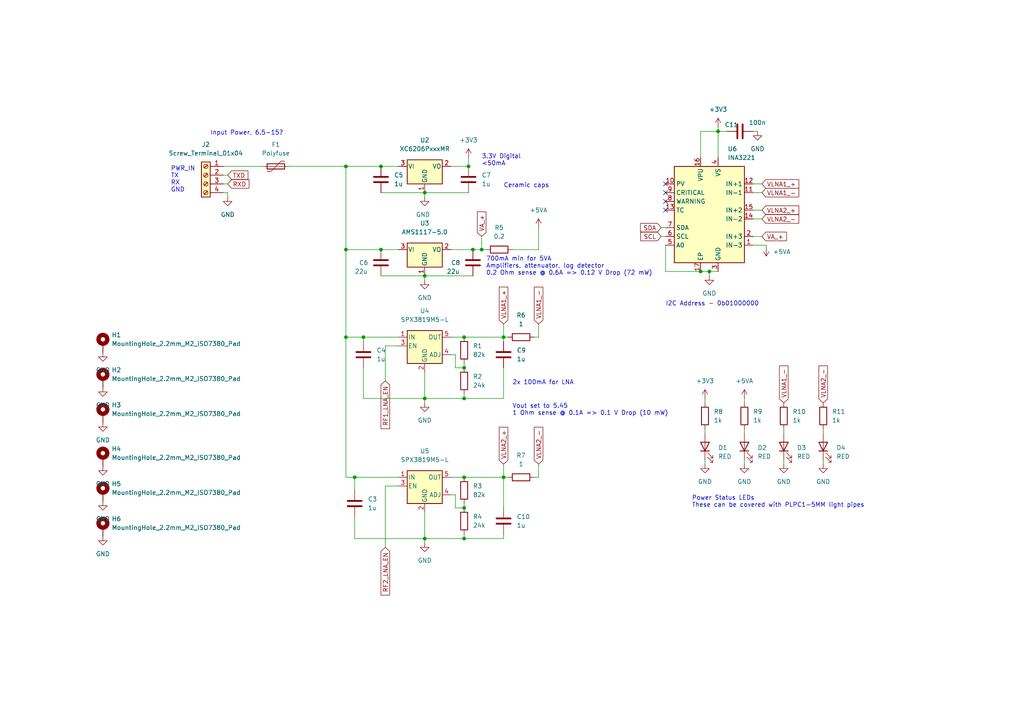
<source format=kicad_sch>
(kicad_sch (version 20230121) (generator eeschema)
  (paper "A4")
  (lib_symbols
    (symbol "Connector:Screw_Terminal_01x04" (pin_names (offset 1.016) hide)
      (property "Reference" "J" (at 0 5.08 0))
      (property "Value" "Screw_Terminal_01x04" (at 0 -7.62 0))
      (symbol "Screw_Terminal_01x04_1_1"
        (rectangle (start -1.27 3.81) (end 1.27 -6.35) (stroke (width 0.254)) (fill (type background)))
        (circle (center 0 -5.08) (radius 0.635) (stroke (width 0.1524)))
        (circle (center 0 -2.54) (radius 0.635) (stroke (width 0.1524)))
        (polyline (pts (xy -0.5334 -4.7498) (xy 0.3302 -5.588)) (stroke (width 0.1524)))
        (polyline (pts (xy -0.5334 -2.2098) (xy 0.3302 -3.048)) (stroke (width 0.1524)))
        (polyline (pts (xy -0.5334 0.3302) (xy 0.3302 -0.508)) (stroke (width 0.1524)))
        (polyline (pts (xy -0.5334 2.8702) (xy 0.3302 2.032)) (stroke (width 0.1524)))
        (polyline (pts (xy -0.3556 -4.572) (xy 0.508 -5.4102)) (stroke (width 0.1524)))
        (polyline (pts (xy -0.3556 -2.032) (xy 0.508 -2.8702)) (stroke (width 0.1524)))
        (polyline (pts (xy -0.3556 0.508) (xy 0.508 -0.3302)) (stroke (width 0.1524)))
        (polyline (pts (xy -0.3556 3.048) (xy 0.508 2.2098)) (stroke (width 0.1524)))
        (circle (center 0 0) (radius 0.635) (stroke (width 0.1524)))
        (circle (center 0 2.54) (radius 0.635) (stroke (width 0.1524)))
        (pin passive line (at -5.08 2.54 0) (length 3.81) (name "Pin_1") (number "1"))
        (pin passive line (at -5.08 0 0) (length 3.81) (name "Pin_2") (number "2"))
        (pin passive line (at -5.08 -2.54 0) (length 3.81) (name "Pin_3") (number "3"))
        (pin passive line (at -5.08 -5.08 0) (length 3.81) (name "Pin_4") (number "4"))
      )
    )
    (symbol "Device:C" (pin_numbers hide) (pin_names (offset 0.254))
      (property "Reference" "C" (at 0.635 2.54 0))
      (property "Value" "C" (at 0.635 -2.54 0))
      (symbol "C_0_1"
        (polyline (pts (xy -2.032 -0.762) (xy 2.032 -0.762)) (stroke (width 0.508)))
        (polyline (pts (xy -2.032 0.762) (xy 2.032 0.762)) (stroke (width 0.508)))
      )
      (symbol "C_1_1"
        (pin passive line (at 0 3.81 270) (length 2.794) (name "~") (number "1"))
        (pin passive line (at 0 -3.81 90) (length 2.794) (name "~") (number "2"))
      )
    )
    (symbol "Device:LED" (pin_numbers hide) (pin_names (offset 1.016) hide)
      (property "Reference" "D" (at 0 2.54 0))
      (property "Value" "LED" (at 0 -2.54 0))
      (symbol "LED_0_1"
        (polyline (pts (xy -1.27 -1.27) (xy -1.27 1.27)) (stroke (width 0.254)))
        (polyline (pts (xy -1.27 0) (xy 1.27 0)))
        (polyline (pts (xy 1.27 -1.27) (xy 1.27 1.27) (xy -1.27 0) (xy 1.27 -1.27)) (stroke (width 0.254)))
        (polyline (pts (xy -3.048 -0.762) (xy -4.572 -2.286) (xy -3.81 -2.286) (xy -4.572 -2.286) (xy -4.572 -1.524)))
        (polyline (pts (xy -1.778 -0.762) (xy -3.302 -2.286) (xy -2.54 -2.286) (xy -3.302 -2.286) (xy -3.302 -1.524)))
      )
      (symbol "LED_1_1"
        (pin passive line (at -3.81 0 0) (length 2.54) (name "K") (number "1"))
        (pin passive line (at 3.81 0 180) (length 2.54) (name "A") (number "2"))
      )
    )
    (symbol "Device:Polyfuse" (pin_numbers hide) (pin_names (offset 0))
      (property "Reference" "F" (at -2.54 0 90))
      (property "Value" "Polyfuse" (at 2.54 0 90))
      (symbol "Polyfuse_0_1"
        (rectangle (start -0.762 2.54) (end 0.762 -2.54) (stroke (width 0.254)))
        (polyline (pts (xy 0 2.54) (xy 0 -2.54)))
        (polyline (pts (xy -1.524 2.54) (xy -1.524 1.524) (xy 1.524 -1.524) (xy 1.524 -2.54)))
      )
      (symbol "Polyfuse_1_1"
        (pin passive line (at 0 3.81 270) (length 1.27) (name "~") (number "1"))
        (pin passive line (at 0 -3.81 90) (length 1.27) (name "~") (number "2"))
      )
    )
    (symbol "Device:R" (pin_numbers hide) (pin_names (offset 0))
      (property "Reference" "R" (at 2.032 0 90))
      (property "Value" "R" (at 0 0 90))
      (symbol "R_0_1"
        (rectangle (start -1.016 -2.54) (end 1.016 2.54) (stroke (width 0.254)))
      )
      (symbol "R_1_1"
        (pin passive line (at 0 3.81 270) (length 1.27) (name "~") (number "1"))
        (pin passive line (at 0 -3.81 90) (length 1.27) (name "~") (number "2"))
      )
    )
    (symbol "Mechanical:MountingHole_Pad" (pin_numbers hide) (pin_names (offset 1.016) hide)
      (property "Reference" "H" (at 0 6.35 0))
      (property "Value" "MountingHole_Pad" (at 0 4.445 0))
      (symbol "MountingHole_Pad_0_1"
        (circle (center 0 1.27) (radius 1.27) (stroke (width 1.27)))
      )
      (symbol "MountingHole_Pad_1_1"
        (pin input line (at 0 -2.54 90) (length 2.54) (name "1") (number "1"))
      )
    )
    (symbol "Power_Management:INA3221"
      (property "Reference" "U" (at -10.16 17.78 0))
      (property "Value" "INA3221" (at 5.08 17.78 0))
      (symbol "INA3221_0_1"
        (rectangle (start 10.16 -12.7) (end -10.16 15.24) (stroke (width 0.254)) (fill (type background)))
      )
      (symbol "INA3221_1_1"
        (pin input line (at -12.7 -7.62 0) (length 2.54) (name "IN-3") (number "1"))
        (pin open_collector line (at 12.7 10.16 180) (length 2.54) (name "PV") (number "10"))
        (pin input line (at -12.7 7.62 0) (length 2.54) (name "IN-1") (number "11"))
        (pin input line (at -12.7 10.16 0) (length 2.54) (name "IN+1") (number "12"))
        (pin open_collector line (at 12.7 2.54 180) (length 2.54) (name "TC") (number "13"))
        (pin input line (at -12.7 0 0) (length 2.54) (name "IN-2") (number "14"))
        (pin input line (at -12.7 2.54 0) (length 2.54) (name "IN+2") (number "15"))
        (pin power_in line (at 2.54 17.78 270) (length 2.54) (name "VPU") (number "16"))
        (pin passive line (at 2.54 -15.24 90) (length 2.54) (name "EP") (number "17"))
        (pin input line (at -12.7 -5.08 0) (length 2.54) (name "IN+3") (number "2"))
        (pin power_in line (at -2.54 -15.24 90) (length 2.54) (name "GND") (number "3"))
        (pin power_in line (at -2.54 17.78 270) (length 2.54) (name "VS") (number "4"))
        (pin input line (at 12.7 -7.62 180) (length 2.54) (name "A0") (number "5"))
        (pin input line (at 12.7 -5.08 180) (length 2.54) (name "SCL") (number "6"))
        (pin bidirectional line (at 12.7 -2.54 180) (length 2.54) (name "SDA") (number "7"))
        (pin open_collector line (at 12.7 5.08 180) (length 2.54) (name "WARNING") (number "8"))
        (pin open_collector line (at 12.7 7.62 180) (length 2.54) (name "CRITICAL") (number "9"))
      )
    )
    (symbol "Regulator_Linear:AMS1117-5.0" (pin_names (offset 0.254))
      (property "Reference" "U" (at -3.81 3.175 0))
      (property "Value" "AMS1117-5.0" (at 0 3.175 0))
      (symbol "AMS1117-5.0_0_1"
        (rectangle (start -5.08 -5.08) (end 5.08 1.905) (stroke (width 0.254)) (fill (type background)))
      )
      (symbol "AMS1117-5.0_1_1"
        (pin power_in line (at 0 -7.62 90) (length 2.54) (name "GND") (number "1"))
        (pin power_out line (at 7.62 0 180) (length 2.54) (name "VO") (number "2"))
        (pin power_in line (at -7.62 0 0) (length 2.54) (name "VI") (number "3"))
      )
    )
    (symbol "Regulator_Linear:SPX3819M5-L" (pin_names (offset 0.254))
      (property "Reference" "U" (at -3.81 5.715 0))
      (property "Value" "SPX3819M5-L" (at 0 5.715 0))
      (symbol "SPX3819M5-L_0_1"
        (rectangle (start -5.08 4.445) (end 5.08 -5.08) (stroke (width 0.254)) (fill (type background)))
      )
      (symbol "SPX3819M5-L_1_1"
        (pin power_in line (at -7.62 2.54 0) (length 2.54) (name "IN") (number "1"))
        (pin power_in line (at 0 -7.62 90) (length 2.54) (name "GND") (number "2"))
        (pin input line (at -7.62 0 0) (length 2.54) (name "EN") (number "3"))
        (pin input line (at 7.62 -2.54 180) (length 2.54) (name "ADJ") (number "4"))
        (pin power_out line (at 7.62 2.54 180) (length 2.54) (name "OUT") (number "5"))
      )
    )
    (symbol "Regulator_Linear:XC6206PxxxMR" (pin_names (offset 0.254))
      (property "Reference" "U" (at -3.81 3.175 0))
      (property "Value" "XC6206PxxxMR" (at 0 3.175 0))
      (symbol "XC6206PxxxMR_0_1"
        (rectangle (start -5.08 1.905) (end 5.08 -5.08) (stroke (width 0.254)) (fill (type background)))
      )
      (symbol "XC6206PxxxMR_1_1"
        (pin power_in line (at 0 -7.62 90) (length 2.54) (name "GND") (number "1"))
        (pin power_out line (at 7.62 0 180) (length 2.54) (name "VO") (number "2"))
        (pin power_in line (at -7.62 0 0) (length 2.54) (name "VI") (number "3"))
      )
    )
    (symbol "power:+3.3V" (power) (pin_names (offset 0))
      (property "Value" "+3.3V" (at 0 3.556 0))
      (symbol "+3.3V_0_1"
        (polyline (pts (xy -0.762 1.27) (xy 0 2.54)))
        (polyline (pts (xy 0 0) (xy 0 2.54)))
        (polyline (pts (xy 0 2.54) (xy 0.762 1.27)))
      )
      (symbol "+3.3V_1_1"
        (pin power_in line (at 0 0 90) (length 0) hide (name "+3V3") (number "1"))
      )
    )
    (symbol "power:+5VA" (power) (pin_names (offset 0))
      (property "Value" "+5VA" (at 0 3.556 0))
      (symbol "+5VA_0_1"
        (polyline (pts (xy -0.762 1.27) (xy 0 2.54)))
        (polyline (pts (xy 0 0) (xy 0 2.54)))
        (polyline (pts (xy 0 2.54) (xy 0.762 1.27)))
      )
      (symbol "+5VA_1_1"
        (pin power_in line (at 0 0 90) (length 0) hide (name "+5VA") (number "1"))
      )
    )
    (symbol "power:GND" (power) (pin_names (offset 0))
      (property "Value" "GND" (at 0 -3.81 0))
      (symbol "GND_0_1"
        (polyline (pts (xy 0 0) (xy 0 -1.27) (xy 1.27 -1.27) (xy 0 -2.54) (xy -1.27 -1.27) (xy 0 -1.27)))
      )
      (symbol "GND_1_1"
        (pin power_in line (at 0 0 270) (length 0) hide (name "GND") (number "1"))
      )
    )
  )
  (junction (at 137.16 72.39))
  (junction (at 146.05 138.43))
  (junction (at 100.33 97.79))
  (junction (at 123.19 115.57))
  (junction (at 123.19 80.01))
  (junction (at 134.62 115.57))
  (junction (at 123.19 156.21))
  (junction (at 208.28 38.1))
  (junction (at 100.33 72.39))
  (junction (at 146.05 97.79))
  (junction (at 139.7 72.39))
  (junction (at 134.62 156.21))
  (junction (at 102.87 138.43))
  (junction (at 100.33 48.26))
  (junction (at 134.62 138.43))
  (junction (at 123.19 55.88))
  (junction (at 134.62 97.79))
  (junction (at 203.2 78.74))
  (junction (at 134.62 106.68))
  (junction (at 134.62 147.32))
  (junction (at 135.89 48.26))
  (junction (at 110.49 72.39))
  (junction (at 205.74 78.74))
  (junction (at 110.49 48.26))
  (junction (at 105.41 97.79))
  (no_connect (at 193.04 55.88))
  (no_connect (at 193.04 53.34))
  (no_connect (at 193.04 58.42))
  (no_connect (at 193.04 60.96))
  (wire (pts (xy 110.49 55.88) (xy 123.19 55.88)))
  (wire (pts (xy 83.82 48.26) (xy 100.33 48.26)))
  (wire (pts (xy 193.04 78.74) (xy 203.2 78.74)))
  (wire (pts (xy 115.57 100.33) (xy 111.76 100.33)))
  (wire (pts (xy 130.81 97.79) (xy 134.62 97.79)))
  (wire (pts (xy 102.87 138.43) (xy 102.87 142.24)))
  (wire (pts (xy 134.62 115.57) (xy 146.05 115.57)))
  (wire (pts (xy 146.05 134.62) (xy 146.05 138.43)))
  (wire (pts (xy 139.7 72.39) (xy 140.97 72.39)))
  (wire (pts (xy 215.9 133.35) (xy 215.9 134.62)))
  (wire (pts (xy 123.19 107.95) (xy 123.19 115.57)))
  (wire (pts (xy 130.81 138.43) (xy 134.62 138.43)))
  (wire (pts (xy 146.05 156.21) (xy 134.62 156.21)))
  (wire (pts (xy 64.77 53.34) (xy 66.04 53.34)))
  (wire (pts (xy 64.77 55.88) (xy 66.04 55.88)))
  (wire (pts (xy 105.41 115.57) (xy 123.19 115.57)))
  (wire (pts (xy 105.41 99.06) (xy 105.41 97.79)))
  (wire (pts (xy 154.94 138.43) (xy 156.21 138.43)))
  (wire (pts (xy 139.7 68.58) (xy 139.7 72.39)))
  (wire (pts (xy 215.9 124.46) (xy 215.9 125.73)))
  (wire (pts (xy 110.49 80.01) (xy 123.19 80.01)))
  (wire (pts (xy 110.49 72.39) (xy 115.57 72.39)))
  (wire (pts (xy 203.2 38.1) (xy 208.28 38.1)))
  (wire (pts (xy 105.41 106.68) (xy 105.41 115.57)))
  (wire (pts (xy 123.19 148.59) (xy 123.19 156.21)))
  (wire (pts (xy 227.33 133.35) (xy 227.33 134.62)))
  (wire (pts (xy 130.81 102.87) (xy 132.08 102.87)))
  (wire (pts (xy 105.41 97.79) (xy 115.57 97.79)))
  (wire (pts (xy 64.77 48.26) (xy 76.2 48.26)))
  (wire (pts (xy 146.05 138.43) (xy 147.32 138.43)))
  (wire (pts (xy 134.62 138.43) (xy 146.05 138.43)))
  (wire (pts (xy 203.2 45.72) (xy 203.2 38.1)))
  (wire (pts (xy 146.05 106.68) (xy 146.05 115.57)))
  (wire (pts (xy 66.04 55.88) (xy 66.04 57.15)))
  (wire (pts (xy 123.19 80.01) (xy 123.19 81.28)))
  (wire (pts (xy 130.81 72.39) (xy 137.16 72.39)))
  (wire (pts (xy 203.2 78.74) (xy 205.74 78.74)))
  (wire (pts (xy 154.94 97.79) (xy 156.21 97.79)))
  (wire (pts (xy 123.19 55.88) (xy 123.19 57.15)))
  (wire (pts (xy 204.47 133.35) (xy 204.47 134.62)))
  (wire (pts (xy 132.08 102.87) (xy 132.08 106.68)))
  (wire (pts (xy 134.62 156.21) (xy 123.19 156.21)))
  (wire (pts (xy 123.19 115.57) (xy 123.19 116.84)))
  (wire (pts (xy 205.74 78.74) (xy 205.74 80.01)))
  (wire (pts (xy 156.21 72.39) (xy 156.21 66.04)))
  (wire (pts (xy 218.44 71.12) (xy 222.25 71.12)))
  (wire (pts (xy 132.08 143.51) (xy 132.08 147.32)))
  (wire (pts (xy 123.19 55.88) (xy 135.89 55.88)))
  (wire (pts (xy 102.87 138.43) (xy 115.57 138.43)))
  (wire (pts (xy 208.28 38.1) (xy 210.82 38.1)))
  (wire (pts (xy 156.21 93.98) (xy 156.21 97.79)))
  (wire (pts (xy 130.81 48.26) (xy 135.89 48.26)))
  (wire (pts (xy 238.76 133.35) (xy 238.76 134.62)))
  (wire (pts (xy 204.47 115.57) (xy 204.47 116.84)))
  (wire (pts (xy 102.87 149.86) (xy 102.87 156.21)))
  (wire (pts (xy 134.62 97.79) (xy 146.05 97.79)))
  (wire (pts (xy 102.87 156.21) (xy 123.19 156.21)))
  (wire (pts (xy 148.59 72.39) (xy 156.21 72.39)))
  (wire (pts (xy 132.08 147.32) (xy 134.62 147.32)))
  (wire (pts (xy 132.08 106.68) (xy 134.62 106.68)))
  (wire (pts (xy 146.05 97.79) (xy 146.05 99.06)))
  (wire (pts (xy 100.33 48.26) (xy 100.33 72.39)))
  (wire (pts (xy 130.81 143.51) (xy 132.08 143.51)))
  (wire (pts (xy 208.28 36.83) (xy 208.28 38.1)))
  (wire (pts (xy 134.62 114.3) (xy 134.62 115.57)))
  (wire (pts (xy 218.44 63.5) (xy 220.98 63.5)))
  (wire (pts (xy 156.21 134.62) (xy 156.21 138.43)))
  (wire (pts (xy 134.62 154.94) (xy 134.62 156.21)))
  (wire (pts (xy 205.74 78.74) (xy 208.28 78.74)))
  (wire (pts (xy 227.33 124.46) (xy 227.33 125.73)))
  (wire (pts (xy 102.87 138.43) (xy 100.33 138.43)))
  (wire (pts (xy 123.19 115.57) (xy 134.62 115.57)))
  (wire (pts (xy 137.16 72.39) (xy 139.7 72.39)))
  (wire (pts (xy 218.44 55.88) (xy 220.98 55.88)))
  (wire (pts (xy 208.28 38.1) (xy 208.28 45.72)))
  (wire (pts (xy 146.05 97.79) (xy 147.32 97.79)))
  (wire (pts (xy 218.44 53.34) (xy 220.98 53.34)))
  (wire (pts (xy 218.44 68.58) (xy 220.98 68.58)))
  (wire (pts (xy 215.9 115.57) (xy 215.9 116.84)))
  (wire (pts (xy 100.33 72.39) (xy 100.33 97.79)))
  (wire (pts (xy 146.05 154.94) (xy 146.05 156.21)))
  (wire (pts (xy 218.44 60.96) (xy 220.98 60.96)))
  (wire (pts (xy 134.62 105.41) (xy 134.62 106.68)))
  (wire (pts (xy 100.33 72.39) (xy 110.49 72.39)))
  (wire (pts (xy 204.47 124.46) (xy 204.47 125.73)))
  (wire (pts (xy 222.25 71.12) (xy 222.25 71.755)))
  (wire (pts (xy 111.76 140.97) (xy 111.76 158.75)))
  (wire (pts (xy 110.49 48.26) (xy 115.57 48.26)))
  (wire (pts (xy 111.76 100.33) (xy 111.76 110.49)))
  (wire (pts (xy 123.19 80.01) (xy 137.16 80.01)))
  (wire (pts (xy 100.33 138.43) (xy 100.33 97.79)))
  (wire (pts (xy 100.33 48.26) (xy 110.49 48.26)))
  (wire (pts (xy 135.89 48.26) (xy 135.89 45.72)))
  (wire (pts (xy 134.62 146.05) (xy 134.62 147.32)))
  (wire (pts (xy 64.77 50.8) (xy 66.04 50.8)))
  (wire (pts (xy 218.44 38.1) (xy 219.71 38.1)))
  (wire (pts (xy 123.19 156.21) (xy 123.19 157.48)))
  (wire (pts (xy 191.77 66.04) (xy 193.04 66.04)))
  (wire (pts (xy 191.77 68.58) (xy 193.04 68.58)))
  (wire (pts (xy 193.04 71.12) (xy 193.04 78.74)))
  (wire (pts (xy 146.05 93.98) (xy 146.05 97.79)))
  (wire (pts (xy 146.05 138.43) (xy 146.05 147.32)))
  (wire (pts (xy 100.33 97.79) (xy 105.41 97.79)))
  (wire (pts (xy 111.76 140.97) (xy 115.57 140.97)))
  (wire (pts (xy 238.76 124.46) (xy 238.76 125.73)))
  (text "2x 100mA for LNA" (at 148.59 111.76 0) (effects (font (size 1.27 1.27)) (justify left bottom)))
  (text "700mA min for 5VA\nAmplifiers, attenuator, log detector\n0.2 Ohm sense @ 0.6A => 0.12 V Drop (72 mW)" (at 140.97 80.01 0) (effects (font (size 1.27 1.27)) (justify left bottom)))
  (text "Input Power, 6.5-15?\n" (at 60.96 39.37 0) (effects (font (size 1.27 1.27)) (justify left bottom)))
  (text "3.3V Digital\n<50mA\n" (at 139.7 48.26 0) (effects (font (size 1.27 1.27)) (justify left bottom)))
  (text "PWR_IN\nTX\nRX\nGND" (at 49.53 55.88 0) (effects (font (size 1.27 1.27)) (justify left bottom)))
  (text "Vout set to 5.45\n1 Ohm sense @ 0.1A => 0.1 V Drop (10 mW)" (at 148.59 120.65 0) (effects (font (size 1.27 1.27)) (justify left bottom)))
  (text "I2C Address - 0b01000000" (at 193.04 88.9 0) (effects (font (size 1.27 1.27)) (justify left bottom)))
  (text "Power Status LEDs\nThese can be covered with PLPC1-5MM light pipes" (at 200.66 147.32 0) (effects (font (size 1.27 1.27)) (justify left bottom)))
  (text "Ceramic caps\n" (at 146.05 54.61 0) (effects (font (size 1.27 1.27)) (justify left bottom)))
  (global_label "RXD" (shape input) (at 66.04 53.34 0) (property "Intersheetrefs" "${INTERSHEET_REFS}" (effects hide)))
  (global_label "VLNA2_+" (shape input) (at 146.05 134.62 90) (property "Intersheetrefs" "${INTERSHEET_REFS}" (effects hide)))
  (global_label "SCL" (shape input) (at 191.77 68.58 180) (property "Intersheetrefs" "${INTERSHEET_REFS}" (effects hide)))
  (global_label "VA_+" (shape input) (at 139.7 68.58 90) (property "Intersheetrefs" "${INTERSHEET_REFS}" (effects hide)))
  (global_label "SDA" (shape input) (at 191.77 66.04 180) (property "Intersheetrefs" "${INTERSHEET_REFS}" (effects hide)))
  (global_label "RF2_LNA_EN" (shape input) (at 111.76 158.75 270) (property "Intersheetrefs" "${INTERSHEET_REFS}" (effects hide)))
  (global_label "VLNA2_-" (shape input) (at 238.76 116.84 90) (property "Intersheetrefs" "${INTERSHEET_REFS}" (effects hide)))
  (global_label "VLNA1_-" (shape input) (at 220.98 55.88 0) (property "Intersheetrefs" "${INTERSHEET_REFS}" (effects hide)))
  (global_label "VLNA1_-" (shape input) (at 156.21 93.98 90) (property "Intersheetrefs" "${INTERSHEET_REFS}" (effects hide)))
  (global_label "TXD" (shape input) (at 66.04 50.8 0) (property "Intersheetrefs" "${INTERSHEET_REFS}" (effects hide)))
  (global_label "VLNA1_-" (shape input) (at 227.33 116.84 90) (property "Intersheetrefs" "${INTERSHEET_REFS}" (effects hide)))
  (global_label "RF1_LNA_EN" (shape input) (at 111.76 110.49 270) (property "Intersheetrefs" "${INTERSHEET_REFS}" (effects hide)))
  (global_label "VLNA2_+" (shape input) (at 220.98 60.96 0) (property "Intersheetrefs" "${INTERSHEET_REFS}" (effects hide)))
  (global_label "VLNA1_+" (shape input) (at 146.05 93.98 90) (property "Intersheetrefs" "${INTERSHEET_REFS}" (effects hide)))
  (global_label "VA_+" (shape input) (at 220.98 68.58 0) (property "Intersheetrefs" "${INTERSHEET_REFS}" (effects hide)))
  (global_label "VLNA1_+" (shape input) (at 220.98 53.34 0) (property "Intersheetrefs" "${INTERSHEET_REFS}" (effects hide)))
  (global_label "VLNA2_-" (shape input) (at 156.21 134.62 90) (property "Intersheetrefs" "${INTERSHEET_REFS}" (effects hide)))
  (global_label "VLNA2_-" (shape input) (at 220.98 63.5 0) (property "Intersheetrefs" "${INTERSHEET_REFS}" (effects hide)))
  (symbol (lib_id "power:GND") (at 123.19 81.28 0) (unit 1)
    (property "Reference" "#PWR012" (effects hide))
    (property "Value" "GND" (at 123.19 86.36 0))
  )
  (symbol (lib_id "Device:R") (at 215.9 120.65 0) (unit 1)
    (property "Reference" "R9" (at 218.44 119.3799 0) (effects (justify left)))
    (property "Value" "1k" (at 218.44 121.9199 0) (effects (justify left)))
    (property "Footprint" "Resistor_SMD:R_0402_1005Metric" (effects hide))
    (property "LCSC" "C105637" (effects hide))
    (property "MPN" "RC0402JR-071KL" (effects hide))
  )
  (symbol (lib_id "Device:C") (at 135.89 52.07 180) (unit 1)
    (property "Reference" "C7" (at 139.7 50.7999 0) (effects (justify right)))
    (property "Value" "1u" (at 139.7 53.3399 0) (effects (justify right)))
    (property "Footprint" "Capacitor_SMD:C_0603_1608Metric" (effects hide))
    (property "MPN" "CL10A105KA8NNNC" (effects hide))
    (property "LCSC" "C5673" (effects hide))
  )
  (symbol (lib_id "power:GND") (at 29.845 145.415 0) (unit 1)
    (property "Reference" "#PWR08" (effects hide))
    (property "Value" "~" (at 29.845 150.495 0))
  )
  (symbol (lib_id "power:+3.3V") (at 208.28 36.83 0) (unit 1)
    (property "Reference" "#PWR020" (effects hide))
    (property "Value" "+3.3V" (at 208.28 31.75 0))
  )
  (symbol (lib_id "Device:C") (at 102.87 146.05 180) (unit 1)
    (property "Reference" "C3" (at 106.68 144.7799 0) (effects (justify right)))
    (property "Value" "1u" (at 106.68 147.3199 0) (effects (justify right)))
    (property "Footprint" "Capacitor_SMD:C_0603_1608Metric" (effects hide))
    (property "MPN" "CL10A105KA8NNNC" (effects hide))
    (property "LCSC" "C5673" (effects hide))
  )
  (symbol (lib_id "Device:C") (at 214.63 38.1 90) (unit 1)
    (property "Reference" "C11" (at 210.185 36.195 90) (effects (justify right)))
    (property "Value" "100n" (at 217.17 35.56 90) (effects (justify right)))
    (property "Footprint" "Capacitor_SMD:C_0402_1005Metric" (effects hide))
    (property "MPN" "CC0402KRX7R7BB104" (effects hide))
    (property "LCSC" "C60474" (effects hide))
  )
  (symbol (lib_id "power:GND") (at 29.845 122.555 0) (unit 1)
    (property "Reference" "#PWR06" (effects hide))
    (property "Value" "GND" (at 29.845 127.635 0))
  )
  (symbol (lib_id "power:+3.3V") (at 204.47 115.57 0) (unit 1)
    (property "Reference" "#PWR017" (effects hide))
    (property "Value" "+3.3V" (at 204.47 110.49 0))
  )
  (symbol (lib_id "Device:R") (at 227.33 120.65 0) (unit 1)
    (property "Reference" "R10" (at 229.87 119.3799 0) (effects (justify left)))
    (property "Value" "1k" (at 229.87 121.9199 0) (effects (justify left)))
    (property "Footprint" "Resistor_SMD:R_0402_1005Metric" (effects hide))
    (property "LCSC" "C105637" (effects hide))
    (property "MPN" "RC0402JR-071KL" (effects hide))
  )
  (symbol (lib_id "Mechanical:MountingHole_Pad") (at 29.845 142.875 0) (unit 1)
    (property "Reference" "H5" (at 32.385 140.3349 0) (effects (justify left)))
    (property "Value" "MountingHole_2.2mm_M2_ISO7380_Pad" (at 32.385 142.8749 0) (effects (justify left)))
    (property "Footprint" "MountingHole:MountingHole_2.2mm_M2_ISO7380_Pad" (effects hide))
  )
  (symbol (lib_id "Device:C") (at 146.05 151.13 180) (unit 1)
    (property "Reference" "C10" (at 149.86 149.8599 0) (effects (justify right)))
    (property "Value" "1u" (at 149.86 152.3999 0) (effects (justify right)))
    (property "Footprint" "Capacitor_SMD:C_0603_1608Metric" (effects hide))
    (property "MPN" "CL10A105KA8NNNC" (effects hide))
    (property "LCSC" "C5673" (effects hide))
  )
  (symbol (lib_id "Mechanical:MountingHole_Pad") (at 29.845 109.855 0) (unit 1)
    (property "Reference" "H2" (at 32.385 107.3149 0) (effects (justify left)))
    (property "Value" "MountingHole_2.2mm_M2_ISO7380_Pad" (at 32.385 109.8549 0) (effects (justify left)))
    (property "Footprint" "MountingHole:MountingHole_2.2mm_M2_ISO7380_Pad" (effects hide))
  )
  (symbol (lib_id "power:GND") (at 66.04 57.15 0) (unit 1)
    (property "Reference" "#PWR010" (effects hide))
    (property "Value" "GND" (at 66.04 62.23 0))
  )
  (symbol (lib_id "Mechanical:MountingHole_Pad") (at 29.845 99.695 0) (unit 1)
    (property "Reference" "H1" (at 32.385 97.1549 0) (effects (justify left)))
    (property "Value" "MountingHole_2.2mm_M2_ISO7380_Pad" (at 32.385 99.6949 0) (effects (justify left)))
    (property "Footprint" "MountingHole:MountingHole_2.2mm_M2_ISO7380_Pad" (effects hide))
  )
  (symbol (lib_id "Device:LED") (at 204.47 129.54 90) (unit 1)
    (property "Reference" "D1" (at 208.28 129.8574 90) (effects (justify right)))
    (property "Value" "RED" (at 208.28 132.3974 90) (effects (justify right)))
    (property "Footprint" "LED_SMD:LED_0603_1608Metric" (effects hide))
    (property "LCSC" "C157741" (effects hide))
    (property "MPN" "LTST-C193KRKT-5A" (effects hide))
  )
  (symbol (lib_id "power:GND") (at 123.19 57.15 0) (unit 1)
    (property "Reference" "#PWR011" (effects hide))
    (property "Value" "GND" (at 122.682 62.23 0))
  )
  (symbol (lib_id "Device:R") (at 134.62 151.13 0) (unit 1)
    (property "Reference" "R4" (at 137.16 149.8599 0) (effects (justify left)))
    (property "Value" "24k" (at 137.16 152.3999 0) (effects (justify left)))
    (property "Footprint" "Resistor_SMD:R_0402_1005Metric" (effects hide))
    (property "LCSC" "C138026" (effects hide))
    (property "MPN" "RC0402FR-0724KL" (effects hide))
  )
  (symbol (lib_id "power:GND") (at 29.845 135.255 0) (unit 1)
    (property "Reference" "#PWR07" (effects hide))
    (property "Value" "~" (at 29.845 140.335 0))
  )
  (symbol (lib_id "Device:R") (at 204.47 120.65 0) (unit 1)
    (property "Reference" "R8" (at 207.01 119.3799 0) (effects (justify left)))
    (property "Value" "1k" (at 207.01 121.9199 0) (effects (justify left)))
    (property "Footprint" "Resistor_SMD:R_0402_1005Metric" (effects hide))
    (property "LCSC" "C105637" (effects hide))
    (property "MPN" "RC0402JR-071KL" (effects hide))
  )
  (symbol (lib_id "Device:C") (at 146.05 102.87 180) (unit 1)
    (property "Reference" "C9" (at 149.86 101.5999 0) (effects (justify right)))
    (property "Value" "1u" (at 149.86 104.1399 0) (effects (justify right)))
    (property "Footprint" "Capacitor_SMD:C_0603_1608Metric" (effects hide))
    (property "MPN" "CL10A105KA8NNNC" (effects hide))
    (property "LCSC" "C5673" (effects hide))
  )
  (symbol (lib_id "Device:C") (at 137.16 76.2 180) (unit 1)
    (property "Reference" "C8" (at 130.81 76.2 0) (effects (justify right)))
    (property "Value" "22u" (at 129.54 78.74 0) (effects (justify right)))
    (property "Footprint" "Capacitor_SMD:C_0603_1608Metric" (effects hide))
    (property "MPN" "CL10A226MQ8NRNC" (effects hide))
    (property "LCSC" "C59461" (effects hide))
  )
  (symbol (lib_id "Device:LED") (at 227.33 129.54 90) (unit 1)
    (property "Reference" "D3" (at 231.14 129.8574 90) (effects (justify right)))
    (property "Value" "RED" (at 231.14 132.3974 90) (effects (justify right)))
    (property "Footprint" "LED_SMD:LED_0603_1608Metric" (effects hide))
    (property "LCSC" "C157741" (effects hide))
    (property "MPN" "LTST-C193KRKT-5A" (effects hide))
  )
  (symbol (lib_id "Regulator_Linear:AMS1117-5.0") (at 123.19 72.39 0) (unit 1)
    (property "Reference" "U3" (at 123.19 64.77 0))
    (property "Value" "AMS1117-5.0" (at 123.19 67.31 0))
    (property "Footprint" "Package_TO_SOT_SMD:SOT-223-3_TabPin2" (effects hide))
    (property "Datasheet" "http://www.advanced-monolithic.com/pdf/ds1117.pdf" (effects hide))
    (property "LCSC" "C6187" (effects hide))
    (property "MPN" "AMS1117-5.0" (effects hide))
  )
  (symbol (lib_id "Device:Polyfuse") (at 80.01 48.26 90) (unit 1)
    (property "Reference" "F1" (at 80.01 41.91 90))
    (property "Value" "Polyfuse" (at 80.01 44.45 90))
    (property "Footprint" "Fuse:Fuse_1206_3216Metric" (effects hide))
    (property "MPN" "BSMD1206-100-24V" (effects hide))
    (property "LCSC" "C910830" (effects hide))
  )
  (symbol (lib_id "Device:C") (at 110.49 76.2 180) (unit 1)
    (property "Reference" "C6" (at 104.14 76.2 0) (effects (justify right)))
    (property "Value" "22u" (at 102.87 78.74 0) (effects (justify right)))
    (property "Footprint" "Capacitor_SMD:C_0603_1608Metric" (effects hide))
    (property "MPN" "CL10A226MQ8NRNC" (effects hide))
    (property "LCSC" "C59461" (effects hide))
  )
  (symbol (lib_id "power:GND") (at 29.845 102.235 0) (unit 1)
    (property "Reference" "#PWR04" (effects hide))
    (property "Value" "~" (at 29.845 107.315 0))
  )
  (symbol (lib_id "Mechanical:MountingHole_Pad") (at 29.845 153.035 0) (unit 1)
    (property "Reference" "H6" (at 32.385 150.4949 0) (effects (justify left)))
    (property "Value" "MountingHole_2.2mm_M2_ISO7380_Pad" (at 32.385 153.0349 0) (effects (justify left)))
    (property "Footprint" "MountingHole:MountingHole_2.2mm_M2_ISO7380_Pad" (effects hide))
  )
  (symbol (lib_id "power:GND") (at 205.74 80.01 0) (unit 1)
    (property "Reference" "#PWR019" (effects hide))
    (property "Value" "GND" (at 205.74 85.09 0))
  )
  (symbol (lib_id "power:+5VA") (at 156.21 66.04 0) (unit 1)
    (property "Reference" "#PWR016" (effects hide))
    (property "Value" "+5VA" (at 156.21 60.96 0))
  )
  (symbol (lib_id "power:+5VA") (at 215.9 115.57 0) (unit 1)
    (property "Reference" "#PWR021" (effects hide))
    (property "Value" "+5VA" (at 215.9 110.49 0))
  )
  (symbol (lib_id "power:GND") (at 123.19 157.48 0) (unit 1)
    (property "Reference" "#PWR014" (effects hide))
    (property "Value" "GND" (at 123.19 162.56 0))
  )
  (symbol (lib_id "Device:C") (at 110.49 52.07 180) (unit 1)
    (property "Reference" "C5" (at 114.3 50.7999 0) (effects (justify right)))
    (property "Value" "1u" (at 114.3 53.3399 0) (effects (justify right)))
    (property "Footprint" "Capacitor_SMD:C_0603_1608Metric" (effects hide))
    (property "MPN" "CL10A105KA8NNNC" (effects hide))
    (property "LCSC" "C5673" (effects hide))
  )
  (symbol (lib_id "power:+3.3V") (at 135.89 45.72 0) (unit 1)
    (property "Reference" "#PWR015" (effects hide))
    (property "Value" "+3.3V" (at 135.89 40.64 0))
  )
  (symbol (lib_id "Connector:Screw_Terminal_01x04") (at 59.69 50.8 0) (mirror y) (unit 1)
    (property "Reference" "J2" (at 59.69 41.91 0))
    (property "Value" "Screw_Terminal_01x04" (at 59.69 44.45 0))
    (property "Footprint" "Connector_JST:JST_PH_S4B-PH-SM4-TB_1x04-1MP_P2.00mm_Horizontal" (effects hide))
    (property "LCSC" "C265102" (effects hide))
    (property "MPN" "S4B-PH-SM4-TB(LF)(SN)" (effects hide))
  )
  (symbol (lib_id "Regulator_Linear:SPX3819M5-L") (at 123.19 140.97 0) (unit 1)
    (property "Reference" "U5" (at 123.19 130.81 0))
    (property "Value" "SPX3819M5-L" (at 123.19 133.35 0))
    (property "Footprint" "Package_TO_SOT_SMD:SOT-23-5" (effects hide))
    (property "Datasheet" "https://www.exar.com/content/document.ashx?id=22106&languageid=1033&type=Datasheet&partnumber=SPX3819&filename=SPX3819.pdf&part=SPX3819" (effects hide))
    (property "LCSC" "C9056" (effects hide))
    (property "MPN" "SPX3819M5-L/TR" (effects hide))
  )
  (symbol (lib_id "Device:R") (at 134.62 142.24 0) (unit 1)
    (property "Reference" "R3" (at 137.16 140.9699 0) (effects (justify left)))
    (property "Value" "82k" (at 137.16 143.5099 0) (effects (justify left)))
    (property "Footprint" "Resistor_SMD:R_0402_1005Metric" (effects hide))
    (property "LCSC" "C137932" (effects hide))
    (property "MPN" "RC0402FR-0782KL" (effects hide))
  )
  (symbol (lib_id "power:GND") (at 238.76 134.62 0) (unit 1)
    (property "Reference" "#PWR026" (effects hide))
    (property "Value" "GND" (at 238.76 139.7 0))
  )
  (symbol (lib_id "power:+5VA") (at 222.25 71.755 180) (unit 1)
    (property "Reference" "#PWR024" (effects hide))
    (property "Value" "+5VA" (at 224.155 73.0249 0) (effects (justify right)))
  )
  (symbol (lib_id "power:GND") (at 123.19 116.84 0) (unit 1)
    (property "Reference" "#PWR013" (effects hide))
    (property "Value" "GND" (at 123.19 121.92 0))
  )
  (symbol (lib_id "Device:R") (at 151.13 97.79 90) (unit 1)
    (property "Reference" "R6" (at 151.13 91.44 90))
    (property "Value" "1" (at 151.13 93.98 90))
    (property "Footprint" "Resistor_SMD:R_0603_1608Metric" (effects hide))
    (property "MPN" "SR731JTTD1R00F" (effects hide))
    (property "LCSC" "C186572" (effects hide))
  )
  (symbol (lib_id "Mechanical:MountingHole_Pad") (at 29.845 120.015 0) (unit 1)
    (property "Reference" "H3" (at 32.385 117.4749 0) (effects (justify left)))
    (property "Value" "MountingHole_2.2mm_M2_ISO7380_Pad" (at 32.385 120.0149 0) (effects (justify left)))
    (property "Footprint" "MountingHole:MountingHole_2.2mm_M2_ISO7380_Pad" (effects hide))
  )
  (symbol (lib_id "Device:R") (at 134.62 101.6 0) (unit 1)
    (property "Reference" "R1" (at 137.16 100.3299 0) (effects (justify left)))
    (property "Value" "82k" (at 137.16 102.8699 0) (effects (justify left)))
    (property "Footprint" "Resistor_SMD:R_0402_1005Metric" (effects hide))
    (property "LCSC" "C137932" (effects hide))
    (property "MPN" "RC0402FR-0782KL" (effects hide))
  )
  (symbol (lib_id "power:GND") (at 29.845 155.575 0) (unit 1)
    (property "Reference" "#PWR09" (effects hide))
    (property "Value" "~" (at 29.845 160.655 0))
  )
  (symbol (lib_id "power:GND") (at 215.9 134.62 0) (unit 1)
    (property "Reference" "#PWR022" (effects hide))
    (property "Value" "GND" (at 215.9 139.7 0))
  )
  (symbol (lib_id "Device:R") (at 238.76 120.65 0) (unit 1)
    (property "Reference" "R11" (at 241.3 119.3799 0) (effects (justify left)))
    (property "Value" "1k" (at 241.3 121.9199 0) (effects (justify left)))
    (property "Footprint" "Resistor_SMD:R_0402_1005Metric" (effects hide))
    (property "LCSC" "C105637" (effects hide))
    (property "MPN" "RC0402JR-071KL" (effects hide))
  )
  (symbol (lib_id "power:GND") (at 29.845 112.395 0) (unit 1)
    (property "Reference" "#PWR05" (effects hide))
    (property "Value" "~" (at 29.845 117.475 0))
  )
  (symbol (lib_id "power:GND") (at 227.33 134.62 0) (unit 1)
    (property "Reference" "#PWR025" (effects hide))
    (property "Value" "GND" (at 227.33 139.7 0))
  )
  (symbol (lib_id "power:GND") (at 219.71 38.1 0) (unit 1)
    (property "Reference" "#PWR023" (effects hide))
    (property "Value" "GND" (at 219.71 43.18 0))
  )
  (symbol (lib_id "Device:R") (at 151.13 138.43 90) (unit 1)
    (property "Reference" "R7" (at 151.13 132.08 90))
    (property "Value" "1" (at 151.13 134.62 90))
    (property "Footprint" "Resistor_SMD:R_0603_1608Metric" (effects hide))
    (property "MPN" "SR731JTTD1R00F" (effects hide))
    (property "LCSC" "C186572" (effects hide))
  )
  (symbol (lib_id "Device:C") (at 105.41 102.87 180) (unit 1)
    (property "Reference" "C4" (at 109.22 101.5999 0) (effects (justify right)))
    (property "Value" "1u" (at 109.22 104.1399 0) (effects (justify right)))
    (property "Footprint" "Capacitor_SMD:C_0603_1608Metric" (effects hide))
    (property "MPN" "CL10A105KA8NNNC" (effects hide))
    (property "LCSC" "C5673" (effects hide))
  )
  (symbol (lib_id "Mechanical:MountingHole_Pad") (at 29.845 132.715 0) (unit 1)
    (property "Reference" "H4" (at 32.385 130.1749 0) (effects (justify left)))
    (property "Value" "MountingHole_2.2mm_M2_ISO7380_Pad" (at 32.385 132.7149 0) (effects (justify left)))
    (property "Footprint" "MountingHole:MountingHole_2.2mm_M2_ISO7380_Pad" (effects hide))
  )
  (symbol (lib_id "Device:LED") (at 238.76 129.54 90) (unit 1)
    (property "Reference" "D4" (at 242.57 129.8574 90) (effects (justify right)))
    (property "Value" "RED" (at 242.57 132.3974 90) (effects (justify right)))
    (property "Footprint" "LED_SMD:LED_0603_1608Metric" (effects hide))
    (property "LCSC" "C157741" (effects hide))
    (property "MPN" "LTST-C193KRKT-5A" (effects hide))
  )
  (symbol (lib_id "Device:R") (at 144.78 72.39 90) (unit 1)
    (property "Reference" "R5" (at 144.78 66.04 90))
    (property "Value" "0.2" (at 144.78 68.58 90))
    (property "Footprint" "Resistor_SMD:R_0603_1608Metric" (effects hide))
    (property "MPN" "RL0603FR-070R2L" (effects hide))
    (property "LCSC" "C723543" (effects hide))
  )
  (symbol (lib_id "Power_Management:INA3221") (at 205.74 63.5 0) (mirror y) (unit 1)
    (property "Reference" "U6" (at 211.0487 43.18 0) (effects (justify right)))
    (property "Value" "INA3221" (at 211.0487 45.72 0) (effects (justify right)))
    (property "Footprint" "Package_DFN_QFN:Texas_RGV_S-PVQFN-N16_EP2.1x2.1mm" (effects hide))
    (property "Datasheet" "http://www.ti.com/lit/ds/symlink/ina3221.pdf" (effects hide))
    (property "LCSC" "C181255" (effects hide))
    (property "MPN" "C181255" (effects hide))
  )
  (symbol (lib_id "Regulator_Linear:XC6206PxxxMR") (at 123.19 48.26 0) (unit 1)
    (property "Reference" "U2" (at 123.19 40.64 0))
    (property "Value" "XC6206PxxxMR" (at 123.19 43.18 0))
    (property "Footprint" "Package_TO_SOT_SMD:SOT-23" (effects hide))
    (property "Datasheet" "https://www.torexsemi.com/file/xc6206/XC6206.pdf" (effects hide))
    (property "LCSC" "C347376" (effects hide))
    (property "MPN" "XC6206P332MR" (effects hide))
  )
  (symbol (lib_id "Device:LED") (at 215.9 129.54 90) (unit 1)
    (property "Reference" "D2" (at 219.71 129.8574 90) (effects (justify right)))
    (property "Value" "RED" (at 219.71 132.3974 90) (effects (justify right)))
    (property "Footprint" "LED_SMD:LED_0603_1608Metric" (effects hide))
    (property "LCSC" "C157741" (effects hide))
    (property "MPN" "LTST-C193KRKT-5A" (effects hide))
  )
  (symbol (lib_id "Device:R") (at 134.62 110.49 0) (unit 1)
    (property "Reference" "R2" (at 137.16 109.2199 0) (effects (justify left)))
    (property "Value" "24k" (at 137.16 111.7599 0) (effects (justify left)))
    (property "Footprint" "Resistor_SMD:R_0402_1005Metric" (effects hide))
    (property "LCSC" "C138026" (effects hide))
    (property "MPN" "RC0402FR-0724KL" (effects hide))
  )
  (symbol (lib_id "power:GND") (at 204.47 134.62 0) (unit 1)
    (property "Reference" "#PWR018" (effects hide))
    (property "Value" "GND" (at 204.47 139.7 0))
  )
  (symbol (lib_id "Regulator_Linear:SPX3819M5-L") (at 123.19 100.33 0) (unit 1)
    (property "Reference" "U4" (at 123.19 90.17 0))
    (property "Value" "SPX3819M5-L" (at 123.19 92.71 0))
    (property "Footprint" "Package_TO_SOT_SMD:SOT-23-5" (effects hide))
    (property "Datasheet" "https://www.exar.com/content/document.ashx?id=22106&languageid=1033&type=Datasheet&partnumber=SPX3819&filename=SPX3819.pdf&part=SPX3819" (effects hide))
    (property "LCSC" "C9056" (effects hide))
    (property "MPN" "SPX3819M5-L/TR" (effects hide))
  )
)
</source>
